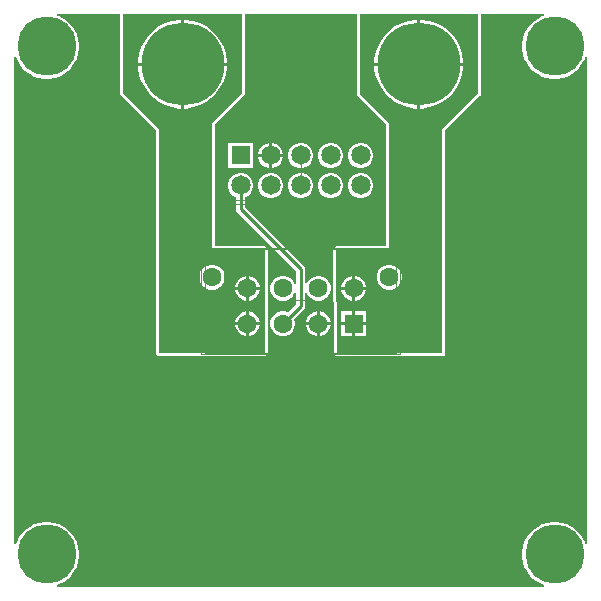
<source format=gbl>
G04*
G04 #@! TF.GenerationSoftware,Altium Limited,Altium Designer,21.3.2 (30)*
G04*
G04 Layer_Physical_Order=2*
G04 Layer_Color=16711680*
%FSLAX25Y25*%
%MOIN*%
G70*
G04*
G04 #@! TF.SameCoordinates,7D36CCFB-020A-49C9-B8D2-55C5552AF9BD*
G04*
G04*
G04 #@! TF.FilePolarity,Positive*
G04*
G01*
G75*
%ADD12C,0.01000*%
%ADD13C,0.00394*%
%ADD14C,0.00197*%
%ADD22R,0.06299X0.06299*%
%ADD23C,0.06299*%
%ADD24C,0.06496*%
%ADD25R,0.06496X0.06496*%
%ADD26C,0.19685*%
%ADD27C,0.27559*%
G36*
X38350Y193856D02*
Y167323D01*
X38428Y166933D01*
X38649Y166602D01*
X50161Y155089D01*
Y80905D01*
X50239Y80515D01*
X50460Y80185D01*
X50791Y79963D01*
X51181Y79886D01*
X86398D01*
X86590Y79924D01*
X86782Y79961D01*
X86785Y79963D01*
X86789Y79963D01*
X86951Y80072D01*
X87114Y80180D01*
X87116Y80183D01*
X87119Y80185D01*
X87228Y80347D01*
X87338Y80509D01*
X87339Y80512D01*
X87340Y80515D01*
X87379Y80707D01*
X87418Y80898D01*
X87653Y115189D01*
X87652Y115191D01*
X87653Y115193D01*
X87615Y115385D01*
X87578Y115580D01*
X87577Y115582D01*
X87577Y115583D01*
X87468Y115748D01*
X87359Y115912D01*
X87358Y115913D01*
X87357Y115915D01*
X87004Y116270D01*
X87003Y116271D01*
X87002Y116272D01*
X86838Y116382D01*
X86674Y116492D01*
X86673Y116492D01*
X86671Y116493D01*
X86479Y116531D01*
X86285Y116571D01*
X86283Y116570D01*
X86281Y116571D01*
X69917D01*
Y157058D01*
X79461Y166602D01*
X79682Y166933D01*
X79760Y167323D01*
Y193856D01*
X80260Y193856D01*
X117091D01*
Y167323D01*
X117168Y166933D01*
X117389Y166602D01*
X126933Y157058D01*
Y116571D01*
X110572D01*
X110570Y116570D01*
X110569Y116571D01*
X110376Y116532D01*
X110182Y116493D01*
X110180Y116492D01*
X110179Y116492D01*
X110015Y116382D01*
X109851Y116272D01*
X109850Y116271D01*
X109849Y116270D01*
X109496Y115915D01*
X109495Y115913D01*
X109494Y115912D01*
X109386Y115748D01*
X109276Y115583D01*
X109276Y115582D01*
X109275Y115580D01*
X109238Y115387D01*
X109200Y115193D01*
X109201Y115191D01*
X109200Y115189D01*
X109435Y80898D01*
X109475Y80707D01*
X109513Y80515D01*
X109515Y80512D01*
X109515Y80509D01*
X109625Y80347D01*
X109734Y80185D01*
X109737Y80183D01*
X109739Y80180D01*
X109902Y80072D01*
X110064Y79963D01*
X110068Y79963D01*
X110071Y79961D01*
X110263Y79924D01*
X110455Y79886D01*
X145669D01*
X146060Y79963D01*
X146390Y80185D01*
X146611Y80515D01*
X146689Y80905D01*
Y155089D01*
X158201Y166602D01*
X158422Y166933D01*
X158500Y167323D01*
Y193856D01*
X159000Y193856D01*
X179560D01*
X179639Y193356D01*
X178909Y193119D01*
X177388Y192344D01*
X176007Y191341D01*
X174801Y190134D01*
X173798Y188754D01*
X173023Y187233D01*
X172495Y185610D01*
X172228Y183924D01*
Y182218D01*
X172495Y180532D01*
X173023Y178909D01*
X173798Y177388D01*
X174801Y176007D01*
X176007Y174801D01*
X177388Y173798D01*
X178909Y173023D01*
X180532Y172495D01*
X182218Y172228D01*
X183924D01*
X185610Y172495D01*
X187233Y173023D01*
X188754Y173798D01*
X190134Y174801D01*
X191341Y176007D01*
X192344Y177388D01*
X193119Y178909D01*
X193356Y179639D01*
X193856Y179560D01*
Y17291D01*
X193356Y17211D01*
X193119Y17942D01*
X192344Y19462D01*
X191341Y20843D01*
X190134Y22050D01*
X188754Y23053D01*
X187233Y23828D01*
X185610Y24355D01*
X183924Y24622D01*
X182218D01*
X180532Y24355D01*
X178909Y23828D01*
X177388Y23053D01*
X176007Y22050D01*
X174801Y20843D01*
X173798Y19462D01*
X173023Y17942D01*
X172495Y16319D01*
X172228Y14633D01*
Y12926D01*
X172495Y11241D01*
X173023Y9617D01*
X173798Y8097D01*
X174801Y6716D01*
X176007Y5509D01*
X177388Y4506D01*
X178909Y3731D01*
X179639Y3494D01*
X179560Y2994D01*
X17291Y2994D01*
X17211Y3494D01*
X17942Y3731D01*
X19462Y4506D01*
X20843Y5509D01*
X22050Y6716D01*
X23053Y8097D01*
X23828Y9617D01*
X24355Y11241D01*
X24622Y12926D01*
Y14633D01*
X24355Y16319D01*
X23828Y17942D01*
X23053Y19462D01*
X22050Y20843D01*
X20843Y22050D01*
X19462Y23053D01*
X17942Y23828D01*
X16319Y24355D01*
X14633Y24622D01*
X12926D01*
X11241Y24355D01*
X9617Y23828D01*
X8097Y23053D01*
X6716Y22050D01*
X5509Y20843D01*
X4506Y19462D01*
X3731Y17942D01*
X3494Y17211D01*
X2994Y17291D01*
X2994Y179560D01*
X3494Y179639D01*
X3731Y178909D01*
X4506Y177388D01*
X5509Y176007D01*
X6716Y174801D01*
X8097Y173798D01*
X9617Y173023D01*
X11241Y172495D01*
X12926Y172228D01*
X14633D01*
X16319Y172495D01*
X17942Y173023D01*
X19462Y173798D01*
X20843Y174801D01*
X22050Y176007D01*
X23053Y177388D01*
X23828Y178909D01*
X24355Y180532D01*
X24622Y182218D01*
Y183924D01*
X24355Y185610D01*
X23828Y187233D01*
X23053Y188754D01*
X22050Y190134D01*
X20843Y191341D01*
X19462Y192344D01*
X17942Y193119D01*
X17211Y193356D01*
X17291Y193856D01*
X38350D01*
D02*
G37*
G36*
X157480Y193856D02*
Y167323D01*
X145669Y155512D01*
Y80905D01*
X110455D01*
X110220Y115196D01*
X110572Y115551D01*
X127953D01*
Y157480D01*
X118110Y167323D01*
Y193856D01*
X157480Y193856D01*
D02*
G37*
G36*
X78740Y193856D02*
Y167323D01*
X68898Y157480D01*
Y115551D01*
X86281D01*
X86633Y115196D01*
X86398Y80905D01*
X51181D01*
Y155512D01*
X39370Y167323D01*
Y193856D01*
X78740Y193856D01*
D02*
G37*
%LPC*%
G36*
X88985Y150980D02*
X88925D01*
Y147232D01*
X92673D01*
Y147292D01*
X92384Y148372D01*
X91825Y149341D01*
X91034Y150131D01*
X90065Y150691D01*
X88985Y150980D01*
D02*
G37*
G36*
X87925D02*
X87866D01*
X86786Y150691D01*
X85817Y150131D01*
X85026Y149341D01*
X84467Y148372D01*
X84177Y147292D01*
Y147232D01*
X87925D01*
Y150980D01*
D02*
G37*
G36*
X118984D02*
X117866D01*
X116786Y150691D01*
X115817Y150131D01*
X115026Y149341D01*
X114467Y148372D01*
X114177Y147292D01*
Y146173D01*
X114467Y145093D01*
X115026Y144124D01*
X115817Y143333D01*
X116786Y142774D01*
X117866Y142484D01*
X118984D01*
X120065Y142774D01*
X121034Y143333D01*
X121825Y144124D01*
X122384Y145093D01*
X122673Y146173D01*
Y147292D01*
X122384Y148372D01*
X121825Y149341D01*
X121034Y150131D01*
X120065Y150691D01*
X118984Y150980D01*
D02*
G37*
G36*
X108984D02*
X107866D01*
X106786Y150691D01*
X105817Y150131D01*
X105026Y149341D01*
X104467Y148372D01*
X104177Y147292D01*
Y146173D01*
X104467Y145093D01*
X105026Y144124D01*
X105817Y143333D01*
X106786Y142774D01*
X107866Y142484D01*
X108984D01*
X110065Y142774D01*
X111033Y143333D01*
X111825Y144124D01*
X112384Y145093D01*
X112673Y146173D01*
Y147292D01*
X112384Y148372D01*
X111825Y149341D01*
X111033Y150131D01*
X110065Y150691D01*
X108984Y150980D01*
D02*
G37*
G36*
X98984D02*
X97866D01*
X96785Y150691D01*
X95817Y150131D01*
X95026Y149341D01*
X94467Y148372D01*
X94177Y147292D01*
Y146173D01*
X94467Y145093D01*
X95026Y144124D01*
X95817Y143333D01*
X96785Y142774D01*
X97866Y142484D01*
X98984D01*
X100065Y142774D01*
X101034Y143333D01*
X101824Y144124D01*
X102384Y145093D01*
X102673Y146173D01*
Y147292D01*
X102384Y148372D01*
X101824Y149341D01*
X101034Y150131D01*
X100065Y150691D01*
X98984Y150980D01*
D02*
G37*
G36*
X92673Y146232D02*
X88925D01*
Y142484D01*
X88985D01*
X90065Y142774D01*
X91034Y143333D01*
X91825Y144124D01*
X92384Y145093D01*
X92673Y146173D01*
Y146232D01*
D02*
G37*
G36*
X87925D02*
X84177D01*
Y146173D01*
X84467Y145093D01*
X85026Y144124D01*
X85817Y143333D01*
X86786Y142774D01*
X87866Y142484D01*
X87925D01*
Y146232D01*
D02*
G37*
G36*
X82673Y150980D02*
X74177D01*
Y142484D01*
X82673D01*
Y150980D01*
D02*
G37*
G36*
X118984Y140980D02*
X117866D01*
X116786Y140691D01*
X115817Y140131D01*
X115026Y139341D01*
X114467Y138372D01*
X114177Y137292D01*
Y136173D01*
X114467Y135093D01*
X115026Y134124D01*
X115817Y133333D01*
X116786Y132774D01*
X117866Y132484D01*
X118984D01*
X120065Y132774D01*
X121034Y133333D01*
X121825Y134124D01*
X122384Y135093D01*
X122673Y136173D01*
Y137292D01*
X122384Y138372D01*
X121825Y139341D01*
X121034Y140131D01*
X120065Y140691D01*
X118984Y140980D01*
D02*
G37*
G36*
X108984D02*
X107866D01*
X106786Y140691D01*
X105817Y140131D01*
X105026Y139341D01*
X104467Y138372D01*
X104177Y137292D01*
Y136173D01*
X104467Y135093D01*
X105026Y134124D01*
X105817Y133333D01*
X106786Y132774D01*
X107866Y132484D01*
X108984D01*
X110065Y132774D01*
X111033Y133333D01*
X111825Y134124D01*
X112384Y135093D01*
X112673Y136173D01*
Y137292D01*
X112384Y138372D01*
X111825Y139341D01*
X111033Y140131D01*
X110065Y140691D01*
X108984Y140980D01*
D02*
G37*
G36*
X98984D02*
X97866D01*
X96785Y140691D01*
X95817Y140131D01*
X95026Y139341D01*
X94467Y138372D01*
X94177Y137292D01*
Y136173D01*
X94467Y135093D01*
X95026Y134124D01*
X95817Y133333D01*
X96785Y132774D01*
X97866Y132484D01*
X98984D01*
X100065Y132774D01*
X101034Y133333D01*
X101824Y134124D01*
X102384Y135093D01*
X102673Y136173D01*
Y137292D01*
X102384Y138372D01*
X101824Y139341D01*
X101034Y140131D01*
X100065Y140691D01*
X98984Y140980D01*
D02*
G37*
G36*
X88985D02*
X87866D01*
X86786Y140691D01*
X85817Y140131D01*
X85026Y139341D01*
X84467Y138372D01*
X84177Y137292D01*
Y136173D01*
X84467Y135093D01*
X85026Y134124D01*
X85817Y133333D01*
X86786Y132774D01*
X87866Y132484D01*
X88985D01*
X90065Y132774D01*
X91034Y133333D01*
X91825Y134124D01*
X92384Y135093D01*
X92673Y136173D01*
Y137292D01*
X92384Y138372D01*
X91825Y139341D01*
X91034Y140131D01*
X90065Y140691D01*
X88985Y140980D01*
D02*
G37*
G36*
X78984D02*
X77866D01*
X76785Y140691D01*
X75817Y140131D01*
X75026Y139341D01*
X74467Y138372D01*
X74177Y137292D01*
Y136173D01*
X74467Y135093D01*
X75026Y134124D01*
X75817Y133333D01*
X76785Y132774D01*
X76896Y132744D01*
Y128858D01*
X77012Y128273D01*
X77344Y127777D01*
X96896Y108225D01*
Y104113D01*
X96396Y104047D01*
X96386Y104082D01*
X95840Y105028D01*
X95068Y105801D01*
X94121Y106347D01*
X93066Y106630D01*
X91973D01*
X90918Y106347D01*
X89972Y105801D01*
X89199Y105028D01*
X88653Y104082D01*
X88370Y103027D01*
Y101934D01*
X88653Y100879D01*
X89199Y99932D01*
X89972Y99160D01*
X90918Y98614D01*
X91973Y98331D01*
X93066D01*
X94121Y98614D01*
X95068Y99160D01*
X95840Y99932D01*
X96386Y100879D01*
X96396Y100913D01*
X96896Y100848D01*
Y97208D01*
X94186Y94499D01*
X94121Y94536D01*
X93066Y94819D01*
X91973D01*
X90918Y94536D01*
X89972Y93990D01*
X89199Y93217D01*
X88653Y92271D01*
X88370Y91216D01*
Y90123D01*
X88653Y89068D01*
X89199Y88121D01*
X89972Y87349D01*
X90918Y86803D01*
X91973Y86520D01*
X93066D01*
X94121Y86803D01*
X95068Y87349D01*
X95840Y88121D01*
X96386Y89068D01*
X96669Y90123D01*
Y91216D01*
X96386Y92271D01*
X96349Y92336D01*
X99507Y95493D01*
X99838Y95990D01*
X99955Y96575D01*
Y100847D01*
X100455Y100913D01*
X100464Y100879D01*
X101010Y99932D01*
X101783Y99160D01*
X102729Y98614D01*
X103784Y98331D01*
X104877D01*
X105932Y98614D01*
X106879Y99160D01*
X107651Y99932D01*
X108197Y100879D01*
X108480Y101934D01*
Y103027D01*
X108197Y104082D01*
X107651Y105028D01*
X106879Y105801D01*
X105932Y106347D01*
X104877Y106630D01*
X103784D01*
X102729Y106347D01*
X101783Y105801D01*
X101010Y105028D01*
X100464Y104082D01*
X100455Y104047D01*
X99955Y104113D01*
Y108858D01*
X99838Y109443D01*
X99507Y109940D01*
X79955Y129492D01*
Y132744D01*
X80065Y132774D01*
X81034Y133333D01*
X81824Y134124D01*
X82384Y135093D01*
X82673Y136173D01*
Y137292D01*
X82384Y138372D01*
X81824Y139341D01*
X81034Y140131D01*
X80065Y140691D01*
X78984Y140980D01*
D02*
G37*
G36*
X104877Y94819D02*
X104831D01*
Y91169D01*
X108480D01*
Y91216D01*
X108197Y92271D01*
X107651Y93217D01*
X106879Y93990D01*
X105932Y94536D01*
X104877Y94819D01*
D02*
G37*
G36*
X103831D02*
X103784D01*
X102729Y94536D01*
X101783Y93990D01*
X101010Y93217D01*
X100464Y92271D01*
X100181Y91216D01*
Y91169D01*
X103831D01*
Y94819D01*
D02*
G37*
G36*
X108480Y90169D02*
X104831D01*
Y86520D01*
X104877D01*
X105932Y86803D01*
X106879Y87349D01*
X107651Y88121D01*
X108197Y89068D01*
X108480Y90123D01*
Y90169D01*
D02*
G37*
G36*
X103831D02*
X100181D01*
Y90123D01*
X100464Y89068D01*
X101010Y88121D01*
X101783Y87349D01*
X102729Y86803D01*
X103784Y86520D01*
X103831D01*
Y90169D01*
D02*
G37*
G36*
X138958Y191945D02*
X138295D01*
Y177665D01*
X152575D01*
Y178329D01*
X152211Y180626D01*
X151492Y182839D01*
X150436Y184912D01*
X149068Y186794D01*
X147424Y188438D01*
X145541Y189806D01*
X143469Y190862D01*
X141256Y191581D01*
X138958Y191945D01*
D02*
G37*
G36*
X137295D02*
X136632D01*
X134334Y191581D01*
X132122Y190862D01*
X130049Y189806D01*
X128167Y188438D01*
X126522Y186794D01*
X125155Y184912D01*
X124099Y182839D01*
X123380Y180626D01*
X123016Y178329D01*
Y177665D01*
X137295D01*
Y191945D01*
D02*
G37*
G36*
X152575Y176665D02*
X138295D01*
Y162386D01*
X138958D01*
X141256Y162750D01*
X143469Y163469D01*
X145541Y164525D01*
X147424Y165892D01*
X149068Y167537D01*
X150436Y169419D01*
X151492Y171492D01*
X152211Y173705D01*
X152575Y176002D01*
Y176665D01*
D02*
G37*
G36*
X137295D02*
X123016D01*
Y176002D01*
X123380Y173705D01*
X124099Y171492D01*
X125155Y169419D01*
X126522Y167537D01*
X128167Y165892D01*
X130049Y164525D01*
X132122Y163469D01*
X134334Y162750D01*
X136632Y162386D01*
X137295D01*
Y176665D01*
D02*
G37*
G36*
X116688Y106630D02*
X116642D01*
Y102980D01*
X120291D01*
Y103027D01*
X120009Y104082D01*
X119462Y105028D01*
X118690Y105801D01*
X117743Y106347D01*
X116688Y106630D01*
D02*
G37*
G36*
X115642D02*
X115595D01*
X114540Y106347D01*
X113594Y105801D01*
X112821Y105028D01*
X112275Y104082D01*
X111992Y103027D01*
Y102980D01*
X115642D01*
Y106630D01*
D02*
G37*
G36*
X128499Y110331D02*
X127406D01*
X126351Y110048D01*
X125405Y109502D01*
X124632Y108729D01*
X124086Y107783D01*
X123803Y106727D01*
Y105635D01*
X124086Y104579D01*
X124632Y103633D01*
X125405Y102861D01*
X126351Y102314D01*
X127406Y102032D01*
X128499D01*
X129554Y102314D01*
X130501Y102861D01*
X131273Y103633D01*
X131820Y104579D01*
X132102Y105635D01*
Y106727D01*
X131820Y107783D01*
X131273Y108729D01*
X130501Y109502D01*
X129554Y110048D01*
X128499Y110331D01*
D02*
G37*
G36*
X120291Y101980D02*
X116642D01*
Y98331D01*
X116688D01*
X117743Y98614D01*
X118690Y99160D01*
X119462Y99932D01*
X120009Y100879D01*
X120291Y101934D01*
Y101980D01*
D02*
G37*
G36*
X115642D02*
X111992D01*
Y101934D01*
X112275Y100879D01*
X112821Y99932D01*
X113594Y99160D01*
X114540Y98614D01*
X115595Y98331D01*
X115642D01*
Y101980D01*
D02*
G37*
G36*
X120291Y94819D02*
X116642D01*
Y91169D01*
X120291D01*
Y94819D01*
D02*
G37*
G36*
X115642D02*
X111992D01*
Y91169D01*
X115642D01*
Y94819D01*
D02*
G37*
G36*
X120291Y90169D02*
X116642D01*
Y86520D01*
X120291D01*
Y90169D01*
D02*
G37*
G36*
X115642D02*
X111992D01*
Y86520D01*
X115642D01*
Y90169D01*
D02*
G37*
G36*
X60218Y191945D02*
X59555D01*
Y177665D01*
X73835D01*
Y178329D01*
X73471Y180626D01*
X72752Y182839D01*
X71696Y184912D01*
X70328Y186794D01*
X68683Y188438D01*
X66801Y189806D01*
X64728Y190862D01*
X62516Y191581D01*
X60218Y191945D01*
D02*
G37*
G36*
X58555D02*
X57892D01*
X55594Y191581D01*
X53382Y190862D01*
X51309Y189806D01*
X49427Y188438D01*
X47782Y186794D01*
X46415Y184912D01*
X45358Y182839D01*
X44640Y180626D01*
X44276Y178329D01*
Y177665D01*
X58555D01*
Y191945D01*
D02*
G37*
G36*
X73835Y176665D02*
X59555D01*
Y162386D01*
X60218D01*
X62516Y162750D01*
X64728Y163469D01*
X66801Y164525D01*
X68683Y165892D01*
X70328Y167537D01*
X71696Y169419D01*
X72752Y171492D01*
X73471Y173705D01*
X73835Y176002D01*
Y176665D01*
D02*
G37*
G36*
X58555D02*
X44276D01*
Y176002D01*
X44640Y173705D01*
X45358Y171492D01*
X46415Y169419D01*
X47782Y167537D01*
X49427Y165892D01*
X51309Y164525D01*
X53382Y163469D01*
X55594Y162750D01*
X57892Y162386D01*
X58555D01*
Y176665D01*
D02*
G37*
G36*
X81255Y106630D02*
X81209D01*
Y102980D01*
X84858D01*
Y103027D01*
X84575Y104082D01*
X84029Y105028D01*
X83257Y105801D01*
X82310Y106347D01*
X81255Y106630D01*
D02*
G37*
G36*
X80209D02*
X80162D01*
X79107Y106347D01*
X78161Y105801D01*
X77388Y105028D01*
X76842Y104082D01*
X76559Y103027D01*
Y102980D01*
X80209D01*
Y106630D01*
D02*
G37*
G36*
X69444Y110331D02*
X68351D01*
X67296Y110048D01*
X66350Y109502D01*
X65577Y108729D01*
X65031Y107783D01*
X64748Y106727D01*
Y105635D01*
X65031Y104579D01*
X65577Y103633D01*
X66350Y102861D01*
X67296Y102314D01*
X68351Y102032D01*
X69444D01*
X70499Y102314D01*
X71446Y102861D01*
X72218Y103633D01*
X72764Y104579D01*
X73047Y105635D01*
Y106727D01*
X72764Y107783D01*
X72218Y108729D01*
X71446Y109502D01*
X70499Y110048D01*
X69444Y110331D01*
D02*
G37*
G36*
X84858Y101980D02*
X81209D01*
Y98331D01*
X81255D01*
X82310Y98614D01*
X83257Y99160D01*
X84029Y99932D01*
X84575Y100879D01*
X84858Y101934D01*
Y101980D01*
D02*
G37*
G36*
X80209D02*
X76559D01*
Y101934D01*
X76842Y100879D01*
X77388Y99932D01*
X78161Y99160D01*
X79107Y98614D01*
X80162Y98331D01*
X80209D01*
Y101980D01*
D02*
G37*
G36*
X81255Y94819D02*
X81209D01*
Y91169D01*
X84858D01*
Y91216D01*
X84575Y92271D01*
X84029Y93217D01*
X83257Y93990D01*
X82310Y94536D01*
X81255Y94819D01*
D02*
G37*
G36*
X80209D02*
X80162D01*
X79107Y94536D01*
X78161Y93990D01*
X77388Y93217D01*
X76842Y92271D01*
X76559Y91216D01*
Y91169D01*
X80209D01*
Y94819D01*
D02*
G37*
G36*
X84858Y90169D02*
X81209D01*
Y86520D01*
X81255D01*
X82310Y86803D01*
X83257Y87349D01*
X84029Y88121D01*
X84575Y89068D01*
X84858Y90123D01*
Y90169D01*
D02*
G37*
G36*
X80209D02*
X76559D01*
Y90123D01*
X76842Y89068D01*
X77388Y88121D01*
X78161Y87349D01*
X79107Y86803D01*
X80162Y86520D01*
X80209D01*
Y90169D01*
D02*
G37*
%LPD*%
D12*
X92520Y90669D02*
X98425Y96575D01*
Y108858D01*
X78425Y128858D02*
X98425Y108858D01*
X78425Y128858D02*
Y136732D01*
X117913Y136221D02*
X118425Y136732D01*
D13*
X66634Y80945D02*
X130217D01*
Y115472D01*
X66634D02*
X130217D01*
X66634Y80945D02*
Y115472D01*
X73425Y131732D02*
Y151732D01*
X123425D01*
Y131732D02*
Y151732D01*
X73425Y131732D02*
X123425D01*
X96457Y98425D02*
X100394D01*
X98425Y96457D02*
Y100394D01*
D14*
X65354Y80551D02*
X131496D01*
X65354D02*
Y115866D01*
X131496D01*
Y80551D02*
Y115866D01*
X72047Y130650D02*
X124803D01*
Y152815D01*
X72047D02*
X124803D01*
X72047Y130650D02*
Y152815D01*
X98425Y139764D02*
Y143701D01*
X96457Y141732D02*
X100394D01*
D22*
X116142Y90669D02*
D03*
D23*
X104331D02*
D03*
X92520D02*
D03*
X80709D02*
D03*
X116142Y102480D02*
D03*
X104331D02*
D03*
X92520D02*
D03*
X80709D02*
D03*
X127953Y106181D02*
D03*
X68898D02*
D03*
D24*
X88425Y136732D02*
D03*
Y146732D02*
D03*
X78425Y136732D02*
D03*
X98425Y146732D02*
D03*
Y136732D02*
D03*
X108425Y146732D02*
D03*
X118425D02*
D03*
X108425Y136732D02*
D03*
X118425D02*
D03*
D25*
X78425Y146732D02*
D03*
D26*
X13780Y183071D02*
D03*
X183071D02*
D03*
Y13780D02*
D03*
X13780D02*
D03*
D27*
X137795Y177165D02*
D03*
X59055D02*
D03*
M02*

</source>
